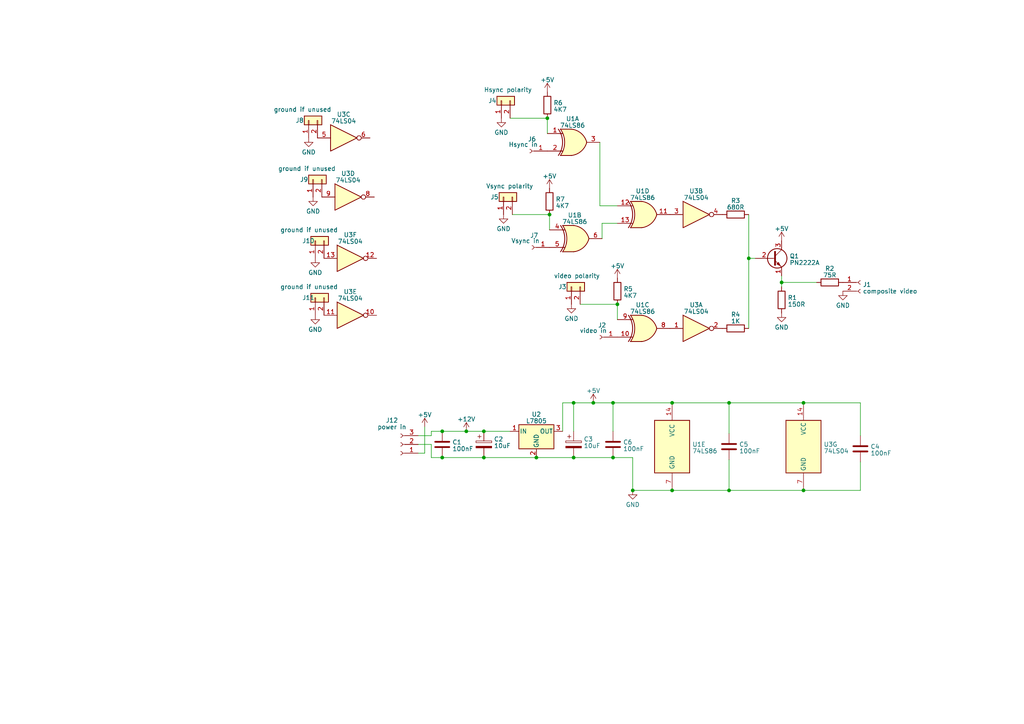
<source format=kicad_sch>
(kicad_sch (version 20230121) (generator eeschema)
  (paper "A4")
  (lib_symbols
    (symbol "74xx:74LS04"
      (property "Reference" "U" (at 0 1.27 0))
      (property "Value" "74LS04" (at 0 -1.27 0))
      (symbol "74LS04_1_0"
        (polyline (pts (xy -3.81 3.81) (xy -3.81 -3.81) (xy 3.81 0) (xy -3.81 3.81)) (stroke (width 0.254)) (fill (type background)))
        (pin input line (at -7.62 0 0) (length 3.81) (name "~") (number "1"))
        (pin output inverted (at 7.62 0 180) (length 3.81) (name "~") (number "2"))
      )
      (symbol "74LS04_2_0"
        (polyline (pts (xy -3.81 3.81) (xy -3.81 -3.81) (xy 3.81 0) (xy -3.81 3.81)) (stroke (width 0.254)) (fill (type background)))
        (pin input line (at -7.62 0 0) (length 3.81) (name "~") (number "3"))
        (pin output inverted (at 7.62 0 180) (length 3.81) (name "~") (number "4"))
      )
      (symbol "74LS04_3_0"
        (polyline (pts (xy -3.81 3.81) (xy -3.81 -3.81) (xy 3.81 0) (xy -3.81 3.81)) (stroke (width 0.254)) (fill (type background)))
        (pin input line (at -7.62 0 0) (length 3.81) (name "~") (number "5"))
        (pin output inverted (at 7.62 0 180) (length 3.81) (name "~") (number "6"))
      )
      (symbol "74LS04_4_0"
        (polyline (pts (xy -3.81 3.81) (xy -3.81 -3.81) (xy 3.81 0) (xy -3.81 3.81)) (stroke (width 0.254)) (fill (type background)))
        (pin output inverted (at 7.62 0 180) (length 3.81) (name "~") (number "8"))
        (pin input line (at -7.62 0 0) (length 3.81) (name "~") (number "9"))
      )
      (symbol "74LS04_5_0"
        (polyline (pts (xy -3.81 3.81) (xy -3.81 -3.81) (xy 3.81 0) (xy -3.81 3.81)) (stroke (width 0.254)) (fill (type background)))
        (pin output inverted (at 7.62 0 180) (length 3.81) (name "~") (number "10"))
        (pin input line (at -7.62 0 0) (length 3.81) (name "~") (number "11"))
      )
      (symbol "74LS04_6_0"
        (polyline (pts (xy -3.81 3.81) (xy -3.81 -3.81) (xy 3.81 0) (xy -3.81 3.81)) (stroke (width 0.254)) (fill (type background)))
        (pin output inverted (at 7.62 0 180) (length 3.81) (name "~") (number "12"))
        (pin input line (at -7.62 0 0) (length 3.81) (name "~") (number "13"))
      )
      (symbol "74LS04_7_0"
        (pin power_in line (at 0 12.7 270) (length 5.08) (name "VCC") (number "14"))
        (pin power_in line (at 0 -12.7 90) (length 5.08) (name "GND") (number "7"))
      )
      (symbol "74LS04_7_1"
        (rectangle (start -5.08 7.62) (end 5.08 -7.62) (stroke (width 0.254)) (fill (type background)))
      )
    )
    (symbol "74xx:74LS86" (pin_names (offset 1.016))
      (property "Reference" "U" (at 0 1.27 0))
      (property "Value" "74LS86" (at 0 -1.27 0))
      (symbol "74LS86_1_0"
        (arc (start -4.4196 -3.81) (mid -3.2033 0) (end -4.4196 3.81) (stroke (width 0.254)))
        (arc (start -3.81 -3.81) (mid -2.589 0) (end -3.81 3.81) (stroke (width 0.254)))
        (arc (start -0.6096 -3.81) (mid 2.1842 -2.5851) (end 3.81 0) (stroke (width 0.254)) (fill (type background)))
        (polyline (pts (xy -3.81 -3.81) (xy -0.635 -3.81)) (stroke (width 0.254)) (fill (type background)))
        (polyline (pts (xy -3.81 3.81) (xy -0.635 3.81)) (stroke (width 0.254)) (fill (type background)))
        (polyline (pts (xy -0.635 3.81) (xy -3.81 3.81) (xy -3.81 3.81) (xy -3.556 3.4036) (xy -3.0226 2.2606) (xy -2.6924 1.0414) (xy -2.6162 -0.254) (xy -2.7686 -1.4986) (xy -3.175 -2.7178) (xy -3.81 -3.81) (xy -3.81 -3.81) (xy -0.635 -3.81)) (stroke (width -25.4)) (fill (type background)))
        (arc (start 3.81 0) (mid 2.1915 2.5936) (end -0.6096 3.81) (stroke (width 0.254)) (fill (type background)))
        (pin input line (at -7.62 2.54 0) (length 4.445) (name "~") (number "1"))
        (pin input line (at -7.62 -2.54 0) (length 4.445) (name "~") (number "2"))
        (pin output line (at 7.62 0 180) (length 3.81) (name "~") (number "3"))
      )
      (symbol "74LS86_1_1"
        (polyline (pts (xy -3.81 -2.54) (xy -3.175 -2.54)) (stroke (width 0.1524)))
        (polyline (pts (xy -3.81 2.54) (xy -3.175 2.54)) (stroke (width 0.1524)))
      )
      (symbol "74LS86_2_0"
        (arc (start -4.4196 -3.81) (mid -3.2033 0) (end -4.4196 3.81) (stroke (width 0.254)))
        (arc (start -3.81 -3.81) (mid -2.589 0) (end -3.81 3.81) (stroke (width 0.254)))
        (arc (start -0.6096 -3.81) (mid 2.1842 -2.5851) (end 3.81 0) (stroke (width 0.254)) (fill (type background)))
        (polyline (pts (xy -3.81 -3.81) (xy -0.635 -3.81)) (stroke (width 0.254)) (fill (type background)))
        (polyline (pts (xy -3.81 3.81) (xy -0.635 3.81)) (stroke (width 0.254)) (fill (type background)))
        (polyline (pts (xy -0.635 3.81) (xy -3.81 3.81) (xy -3.81 3.81) (xy -3.556 3.4036) (xy -3.0226 2.2606) (xy -2.6924 1.0414) (xy -2.6162 -0.254) (xy -2.7686 -1.4986) (xy -3.175 -2.7178) (xy -3.81 -3.81) (xy -3.81 -3.81) (xy -0.635 -3.81)) (stroke (width -25.4)) (fill (type background)))
        (arc (start 3.81 0) (mid 2.1915 2.5936) (end -0.6096 3.81) (stroke (width 0.254)) (fill (type background)))
        (pin input line (at -7.62 2.54 0) (length 4.445) (name "~") (number "4"))
        (pin input line (at -7.62 -2.54 0) (length 4.445) (name "~") (number "5"))
        (pin output line (at 7.62 0 180) (length 3.81) (name "~") (number "6"))
      )
      (symbol "74LS86_2_1"
        (polyline (pts (xy -3.81 -2.54) (xy -3.175 -2.54)) (stroke (width 0.1524)))
        (polyline (pts (xy -3.81 2.54) (xy -3.175 2.54)) (stroke (width 0.1524)))
      )
      (symbol "74LS86_3_0"
        (arc (start -4.4196 -3.81) (mid -3.2033 0) (end -4.4196 3.81) (stroke (width 0.254)))
        (arc (start -3.81 -3.81) (mid -2.589 0) (end -3.81 3.81) (stroke (width 0.254)))
        (arc (start -0.6096 -3.81) (mid 2.1842 -2.5851) (end 3.81 0) (stroke (width 0.254)) (fill (type background)))
        (polyline (pts (xy -3.81 -3.81) (xy -0.635 -3.81)) (stroke (width 0.254)) (fill (type background)))
        (polyline (pts (xy -3.81 3.81) (xy -0.635 3.81)) (stroke (width 0.254)) (fill (type background)))
        (polyline (pts (xy -0.635 3.81) (xy -3.81 3.81) (xy -3.81 3.81) (xy -3.556 3.4036) (xy -3.0226 2.2606) (xy -2.6924 1.0414) (xy -2.6162 -0.254) (xy -2.7686 -1.4986) (xy -3.175 -2.7178) (xy -3.81 -3.81) (xy -3.81 -3.81) (xy -0.635 -3.81)) (stroke (width -25.4)) (fill (type background)))
        (arc (start 3.81 0) (mid 2.1915 2.5936) (end -0.6096 3.81) (stroke (width 0.254)) (fill (type background)))
        (pin input line (at -7.62 -2.54 0) (length 4.445) (name "~") (number "10"))
        (pin output line (at 7.62 0 180) (length 3.81) (name "~") (number "8"))
        (pin input line (at -7.62 2.54 0) (length 4.445) (name "~") (number "9"))
      )
      (symbol "74LS86_3_1"
        (polyline (pts (xy -3.81 -2.54) (xy -3.175 -2.54)) (stroke (width 0.1524)))
        (polyline (pts (xy -3.81 2.54) (xy -3.175 2.54)) (stroke (width 0.1524)))
      )
      (symbol "74LS86_4_0"
        (arc (start -4.4196 -3.81) (mid -3.2033 0) (end -4.4196 3.81) (stroke (width 0.254)))
        (arc (start -3.81 -3.81) (mid -2.589 0) (end -3.81 3.81) (stroke (width 0.254)))
        (arc (start -0.6096 -3.81) (mid 2.1842 -2.5851) (end 3.81 0) (stroke (width 0.254)) (fill (type background)))
        (polyline (pts (xy -3.81 -3.81) (xy -0.635 -3.81)) (stroke (width 0.254)) (fill (type background)))
        (polyline (pts (xy -3.81 3.81) (xy -0.635 3.81)) (stroke (width 0.254)) (fill (type background)))
        (polyline (pts (xy -0.635 3.81) (xy -3.81 3.81) (xy -3.81 3.81) (xy -3.556 3.4036) (xy -3.0226 2.2606) (xy -2.6924 1.0414) (xy -2.6162 -0.254) (xy -2.7686 -1.4986) (xy -3.175 -2.7178) (xy -3.81 -3.81) (xy -3.81 -3.81) (xy -0.635 -3.81)) (stroke (width -25.4)) (fill (type background)))
        (arc (start 3.81 0) (mid 2.1915 2.5936) (end -0.6096 3.81) (stroke (width 0.254)) (fill (type background)))
        (pin output line (at 7.62 0 180) (length 3.81) (name "~") (number "11"))
        (pin input line (at -7.62 2.54 0) (length 4.445) (name "~") (number "12"))
        (pin input line (at -7.62 -2.54 0) (length 4.445) (name "~") (number "13"))
      )
      (symbol "74LS86_4_1"
        (polyline (pts (xy -3.81 -2.54) (xy -3.175 -2.54)) (stroke (width 0.1524)))
        (polyline (pts (xy -3.81 2.54) (xy -3.175 2.54)) (stroke (width 0.1524)))
      )
      (symbol "74LS86_5_0"
        (pin power_in line (at 0 12.7 270) (length 5.08) (name "VCC") (number "14"))
        (pin power_in line (at 0 -12.7 90) (length 5.08) (name "GND") (number "7"))
      )
      (symbol "74LS86_5_1"
        (rectangle (start -5.08 7.62) (end 5.08 -7.62) (stroke (width 0.254)) (fill (type background)))
      )
    )
    (symbol "Connector:Conn_01x01_Socket" (pin_names (offset 1.016) hide)
      (property "Reference" "J" (at 0 2.54 0))
      (property "Value" "Conn_01x01_Socket" (at 0 -2.54 0))
      (symbol "Conn_01x01_Socket_1_1"
        (polyline (pts (xy -1.27 0) (xy -0.508 0)) (stroke (width 0.1524)))
        (arc (start 0 0.508) (mid -0.5058 0) (end 0 -0.508) (stroke (width 0.1524)))
        (pin passive line (at -5.08 0 0) (length 3.81) (name "Pin_1") (number "1"))
      )
    )
    (symbol "Connector:Conn_01x02_Socket" (pin_names (offset 1.016) hide)
      (property "Reference" "J" (at 0 2.54 0))
      (property "Value" "Conn_01x02_Socket" (at 0 -5.08 0))
      (symbol "Conn_01x02_Socket_1_1"
        (arc (start 0 -2.032) (mid -0.5058 -2.54) (end 0 -3.048) (stroke (width 0.1524)))
        (polyline (pts (xy -1.27 -2.54) (xy -0.508 -2.54)) (stroke (width 0.1524)))
        (polyline (pts (xy -1.27 0) (xy -0.508 0)) (stroke (width 0.1524)))
        (arc (start 0 0.508) (mid -0.5058 0) (end 0 -0.508) (stroke (width 0.1524)))
        (pin passive line (at -5.08 0 0) (length 3.81) (name "Pin_1") (number "1"))
        (pin passive line (at -5.08 -2.54 0) (length 3.81) (name "Pin_2") (number "2"))
      )
    )
    (symbol "Connector:Conn_01x03_Socket" (pin_names (offset 1.016) hide)
      (property "Reference" "J" (at 0 5.08 0))
      (property "Value" "Conn_01x03_Socket" (at 0 -5.08 0))
      (symbol "Conn_01x03_Socket_1_1"
        (arc (start 0 -2.032) (mid -0.5058 -2.54) (end 0 -3.048) (stroke (width 0.1524)))
        (polyline (pts (xy -1.27 -2.54) (xy -0.508 -2.54)) (stroke (width 0.1524)))
        (polyline (pts (xy -1.27 0) (xy -0.508 0)) (stroke (width 0.1524)))
        (polyline (pts (xy -1.27 2.54) (xy -0.508 2.54)) (stroke (width 0.1524)))
        (arc (start 0 0.508) (mid -0.5058 0) (end 0 -0.508) (stroke (width 0.1524)))
        (arc (start 0 3.048) (mid -0.5058 2.54) (end 0 2.032) (stroke (width 0.1524)))
        (pin passive line (at -5.08 2.54 0) (length 3.81) (name "Pin_1") (number "1"))
        (pin passive line (at -5.08 0 0) (length 3.81) (name "Pin_2") (number "2"))
        (pin passive line (at -5.08 -2.54 0) (length 3.81) (name "Pin_3") (number "3"))
      )
    )
    (symbol "Connector_Generic:Conn_01x02" (pin_names (offset 1.016) hide)
      (property "Reference" "J" (at 0 2.54 0))
      (property "Value" "Conn_01x02" (at 0 -5.08 0))
      (symbol "Conn_01x02_1_1"
        (rectangle (start -1.27 -2.413) (end 0 -2.667) (stroke (width 0.1524)))
        (rectangle (start -1.27 0.127) (end 0 -0.127) (stroke (width 0.1524)))
        (rectangle (start -1.27 1.27) (end 1.27 -3.81) (stroke (width 0.254)) (fill (type background)))
        (pin passive line (at -5.08 0 0) (length 3.81) (name "Pin_1") (number "1"))
        (pin passive line (at -5.08 -2.54 0) (length 3.81) (name "Pin_2") (number "2"))
      )
    )
    (symbol "Device:C" (pin_numbers hide) (pin_names (offset 0.254))
      (property "Reference" "C" (at 0.635 2.54 0))
      (property "Value" "C" (at 0.635 -2.54 0))
      (symbol "C_0_1"
        (polyline (pts (xy -2.032 -0.762) (xy 2.032 -0.762)) (stroke (width 0.508)))
        (polyline (pts (xy -2.032 0.762) (xy 2.032 0.762)) (stroke (width 0.508)))
      )
      (symbol "C_1_1"
        (pin passive line (at 0 3.81 270) (length 2.794) (name "~") (number "1"))
        (pin passive line (at 0 -3.81 90) (length 2.794) (name "~") (number "2"))
      )
    )
    (symbol "Device:C_Polarized" (pin_numbers hide) (pin_names (offset 0.254))
      (property "Reference" "C" (at 0.635 2.54 0))
      (property "Value" "C_Polarized" (at 0.635 -2.54 0))
      (symbol "C_Polarized_0_1"
        (rectangle (start -2.286 0.508) (end 2.286 1.016))
        (polyline (pts (xy -1.778 2.286) (xy -0.762 2.286)))
        (polyline (pts (xy -1.27 2.794) (xy -1.27 1.778)))
        (rectangle (start 2.286 -0.508) (end -2.286 -1.016) (fill (type outline)))
      )
      (symbol "C_Polarized_1_1"
        (pin passive line (at 0 3.81 270) (length 2.794) (name "~") (number "1"))
        (pin passive line (at 0 -3.81 90) (length 2.794) (name "~") (number "2"))
      )
    )
    (symbol "Device:R" (pin_numbers hide) (pin_names (offset 0))
      (property "Reference" "R" (at 2.032 0 90))
      (property "Value" "R" (at 0 0 90))
      (symbol "R_0_1"
        (rectangle (start -1.016 -2.54) (end 1.016 2.54) (stroke (width 0.254)))
      )
      (symbol "R_1_1"
        (pin passive line (at 0 3.81 270) (length 1.27) (name "~") (number "1"))
        (pin passive line (at 0 -3.81 90) (length 1.27) (name "~") (number "2"))
      )
    )
    (symbol "Regulator_Linear:L7805" (pin_names (offset 0.254))
      (property "Reference" "U" (at -3.81 3.175 0))
      (property "Value" "L7805" (at 0 3.175 0))
      (symbol "L7805_0_1"
        (rectangle (start -5.08 1.905) (end 5.08 -5.08) (stroke (width 0.254)) (fill (type background)))
      )
      (symbol "L7805_1_1"
        (pin power_in line (at -7.62 0 0) (length 2.54) (name "IN") (number "1"))
        (pin power_in line (at 0 -7.62 90) (length 2.54) (name "GND") (number "2"))
        (pin power_out line (at 7.62 0 180) (length 2.54) (name "OUT") (number "3"))
      )
    )
    (symbol "Transistor_BJT:PN2222A" (pin_names (offset 0) hide)
      (property "Reference" "Q" (at 5.08 1.905 0))
      (property "Value" "PN2222A" (at 5.08 0 0))
      (symbol "PN2222A_0_1"
        (polyline (pts (xy 0 0) (xy 0.635 0)))
        (polyline (pts (xy 2.54 -2.54) (xy 0.635 -0.635)))
        (polyline (pts (xy 2.54 2.54) (xy 0.635 0.635)))
        (polyline (pts (xy 0.635 1.905) (xy 0.635 -1.905) (xy 0.635 -1.905)) (stroke (width 0.508)))
        (polyline (pts (xy 2.413 -2.413) (xy 1.905 -1.905) (xy 1.905 -1.905)))
        (polyline (pts (xy 1.143 -1.651) (xy 1.651 -1.143) (xy 2.159 -2.159) (xy 1.143 -1.651) (xy 1.143 -1.651)) (fill (type outline)))
        (circle (center 1.27 0) (radius 2.8194) (stroke (width 0.254)))
      )
      (symbol "PN2222A_1_1"
        (pin passive line (at 2.54 -5.08 90) (length 2.54) (name "E") (number "1"))
        (pin input line (at -5.08 0 0) (length 5.08) (name "B") (number "2"))
        (pin passive line (at 2.54 5.08 270) (length 2.54) (name "C") (number "3"))
      )
    )
    (symbol "power:+12V" (power) (pin_names (offset 0))
      (property "Value" "+12V" (at 0 3.556 0))
      (symbol "+12V_0_1"
        (polyline (pts (xy -0.762 1.27) (xy 0 2.54)))
        (polyline (pts (xy 0 0) (xy 0 2.54)))
        (polyline (pts (xy 0 2.54) (xy 0.762 1.27)))
      )
      (symbol "+12V_1_1"
        (pin power_in line (at 0 0 90) (length 0) hide (name "+12V") (number "1"))
      )
    )
    (symbol "power:+5V" (power) (pin_names (offset 0))
      (property "Value" "+5V" (at 0 3.556 0))
      (symbol "+5V_0_1"
        (polyline (pts (xy -0.762 1.27) (xy 0 2.54)))
        (polyline (pts (xy 0 0) (xy 0 2.54)))
        (polyline (pts (xy 0 2.54) (xy 0.762 1.27)))
      )
      (symbol "+5V_1_1"
        (pin power_in line (at 0 0 90) (length 0) hide (name "+5V") (number "1"))
      )
    )
    (symbol "power:GND" (power) (pin_names (offset 0))
      (property "Value" "GND" (at 0 -3.81 0))
      (symbol "GND_0_1"
        (polyline (pts (xy 0 0) (xy 0 -1.27) (xy 1.27 -1.27) (xy 0 -2.54) (xy -1.27 -1.27) (xy 0 -1.27)))
      )
      (symbol "GND_1_1"
        (pin power_in line (at 0 0 270) (length 0) hide (name "GND") (number "1"))
      )
    )
  )
  (junction (at 159.385 62.23))
  (junction (at 217.17 74.93))
  (junction (at 155.575 132.715))
  (junction (at 172.085 116.84))
  (junction (at 135.255 125.095))
  (junction (at 128.27 125.095))
  (junction (at 158.75 34.29))
  (junction (at 183.515 142.24))
  (junction (at 128.27 132.715))
  (junction (at 140.335 125.095))
  (junction (at 140.335 132.715))
  (junction (at 233.045 116.84))
  (junction (at 211.455 142.24))
  (junction (at 194.945 142.24))
  (junction (at 166.37 132.715))
  (junction (at 177.8 132.715))
  (junction (at 233.045 142.24))
  (junction (at 211.455 116.84))
  (junction (at 226.695 81.915))
  (junction (at 179.07 88.265))
  (junction (at 166.37 116.84))
  (junction (at 177.8 116.84))
  (junction (at 194.945 116.84))
  (wire (pts (xy 194.945 142.24) (xy 211.455 142.24)))
  (wire (pts (xy 158.75 34.29) (xy 158.75 38.735)))
  (wire (pts (xy 166.37 116.84) (xy 172.085 116.84)))
  (wire (pts (xy 128.27 132.715) (xy 140.335 132.715)))
  (wire (pts (xy 217.17 95.25) (xy 217.17 74.93)))
  (wire (pts (xy 233.045 116.84) (xy 211.455 116.84)))
  (wire (pts (xy 128.27 125.095) (xy 135.255 125.095)))
  (wire (pts (xy 249.555 133.985) (xy 249.555 142.24)))
  (wire (pts (xy 121.285 131.445) (xy 123.19 131.445)))
  (wire (pts (xy 155.575 132.715) (xy 166.37 132.715)))
  (wire (pts (xy 125.095 125.095) (xy 125.095 126.365)))
  (wire (pts (xy 249.555 126.365) (xy 249.555 116.84)))
  (wire (pts (xy 135.255 125.095) (xy 140.335 125.095)))
  (wire (pts (xy 173.99 59.69) (xy 179.07 59.69)))
  (wire (pts (xy 148.59 62.23) (xy 159.385 62.23)))
  (wire (pts (xy 177.8 116.84) (xy 194.945 116.84)))
  (wire (pts (xy 249.555 142.24) (xy 233.045 142.24)))
  (wire (pts (xy 123.19 131.445) (xy 123.19 123.825)))
  (wire (pts (xy 121.285 128.905) (xy 125.095 128.905)))
  (wire (pts (xy 172.085 116.84) (xy 177.8 116.84)))
  (wire (pts (xy 159.385 62.23) (xy 159.385 66.675)))
  (wire (pts (xy 211.455 116.84) (xy 211.455 125.73)))
  (wire (pts (xy 249.555 116.84) (xy 233.045 116.84)))
  (wire (pts (xy 179.07 64.77) (xy 174.625 64.77)))
  (wire (pts (xy 211.455 133.35) (xy 211.455 142.24)))
  (wire (pts (xy 125.095 132.715) (xy 128.27 132.715)))
  (wire (pts (xy 217.17 74.93) (xy 219.075 74.93)))
  (wire (pts (xy 173.99 41.275) (xy 173.99 59.69)))
  (wire (pts (xy 194.945 116.84) (xy 211.455 116.84)))
  (wire (pts (xy 166.37 132.715) (xy 177.8 132.715)))
  (wire (pts (xy 226.695 81.915) (xy 236.855 81.915)))
  (wire (pts (xy 166.37 125.095) (xy 166.37 116.84)))
  (wire (pts (xy 125.095 128.905) (xy 125.095 132.715)))
  (wire (pts (xy 147.955 34.29) (xy 158.75 34.29)))
  (wire (pts (xy 179.07 88.265) (xy 179.07 92.71)))
  (wire (pts (xy 163.195 116.84) (xy 163.195 125.095)))
  (wire (pts (xy 233.045 142.24) (xy 211.455 142.24)))
  (wire (pts (xy 140.335 132.715) (xy 155.575 132.715)))
  (wire (pts (xy 226.695 83.185) (xy 226.695 81.915)))
  (wire (pts (xy 226.695 81.915) (xy 226.695 80.01)))
  (wire (pts (xy 217.17 62.23) (xy 217.17 74.93)))
  (wire (pts (xy 163.195 116.84) (xy 166.37 116.84)))
  (wire (pts (xy 183.515 132.715) (xy 183.515 142.24)))
  (wire (pts (xy 168.275 88.265) (xy 179.07 88.265)))
  (wire (pts (xy 177.8 125.095) (xy 177.8 116.84)))
  (wire (pts (xy 177.8 132.715) (xy 183.515 132.715)))
  (wire (pts (xy 183.515 142.24) (xy 194.945 142.24)))
  (wire (pts (xy 140.335 125.095) (xy 147.955 125.095)))
  (wire (pts (xy 128.27 125.095) (xy 125.095 125.095)))
  (wire (pts (xy 125.095 126.365) (xy 121.285 126.365)))
  (wire (pts (xy 174.625 64.77) (xy 174.625 69.215)))
  (symbol (lib_id "Connector_Generic:Conn_01x02") (at 90.805 52.07 90) (unit 1)
    (property "Reference" "J9" (at 86.995 52.07 90) (effects (justify right)))
    (property "Value" "ground if unused" (at 80.645 48.895 90) (effects (justify right)))
    (property "Footprint" "Connector_PinHeader_2.54mm:PinHeader_1x02_P2.54mm_Vertical" (effects hide))
  )
  (symbol (lib_id "power:GND") (at 145.415 34.29 0) (unit 1)
    (property "Reference" "#PWR08" (effects hide))
    (property "Value" "GND" (at 145.415 38.4255 0))
  )
  (symbol (lib_id "74xx:74LS86") (at 167.005 69.215 0) (unit 2)
    (property "Reference" "U1" (at 166.7002 62.3951 0))
    (property "Value" "74LS86" (at 166.7002 64.3161 0))
    (property "Footprint" "Package_DIP:DIP-14_W7.62mm" (effects hide))
    (property "Datasheet" "74xx/74ls86.pdf" (effects hide))
  )
  (symbol (lib_id "Device:C") (at 249.555 130.175 0) (unit 1)
    (property "Reference" "C4" (at 252.476 129.5313 0) (effects (justify left)))
    (property "Value" "100nF" (at 252.476 131.4523 0) (effects (justify left)))
    (property "Footprint" "Capacitor_THT:C_Disc_D4.3mm_W1.9mm_P5.00mm" (effects hide))
  )
  (symbol (lib_id "74xx:74LS86") (at 194.945 129.54 0) (unit 5)
    (property "Reference" "U1" (at 200.787 128.8963 0) (effects (justify left)))
    (property "Value" "74LS86" (at 200.787 130.8173 0) (effects (justify left)))
    (property "Footprint" "Package_DIP:DIP-14_W7.62mm" (effects hide))
    (property "Datasheet" "74xx/74ls86.pdf" (effects hide))
  )
  (symbol (lib_id "Connector:Conn_01x03_Socket") (at 116.205 128.905 180) (unit 1)
    (property "Reference" "J12" (at 113.665 121.92 0))
    (property "Value" "power in" (at 113.665 123.841 0))
    (property "Footprint" "Connector_PinHeader_2.54mm:PinHeader_1x03_P2.54mm_Vertical" (effects hide))
  )
  (symbol (lib_id "power:+5V") (at 172.085 116.84 0) (unit 1)
    (property "Reference" "#PWR016" (effects hide))
    (property "Value" "+5V" (at 172.085 113.3381 0))
  )
  (symbol (lib_id "power:GND") (at 165.735 88.265 0) (unit 1)
    (property "Reference" "#PWR07" (effects hide))
    (property "Value" "GND" (at 165.735 92.4005 0))
  )
  (symbol (lib_id "74xx:74LS04") (at 101.6 91.44 0) (unit 5)
    (property "Reference" "U3" (at 101.6 84.6201 0))
    (property "Value" "74LS04" (at 101.6 86.5411 0))
    (property "Footprint" "Package_DIP:DIP-14_W7.62mm" (effects hide))
    (property "Datasheet" "http://www.ti.com/lit/gpn/sn74LS04" (effects hide))
  )
  (symbol (lib_id "Connector:Conn_01x02_Socket") (at 249.555 81.915 0) (unit 1)
    (property "Reference" "J1" (at 250.2662 82.5413 0) (effects (justify left)))
    (property "Value" "composite video" (at 250.2662 84.4623 0) (effects (justify left)))
    (property "Footprint" "Connector_PinHeader_2.54mm:PinHeader_1x02_P2.54mm_Vertical" (effects hide))
  )
  (symbol (lib_id "power:GND") (at 91.44 74.93 0) (unit 1)
    (property "Reference" "#PWR014" (effects hide))
    (property "Value" "GND" (at 91.44 79.0655 0))
  )
  (symbol (lib_id "Connector_Generic:Conn_01x02") (at 145.415 29.21 90) (unit 1)
    (property "Reference" "J4" (at 141.605 29.21 90) (effects (justify right)))
    (property "Value" "Hsync polarity" (at 140.335 26.035 90) (effects (justify right)))
    (property "Footprint" "Connector_PinHeader_2.54mm:PinHeader_1x02_P2.54mm_Vertical" (effects hide))
  )
  (symbol (lib_id "Device:R") (at 240.665 81.915 90) (unit 1)
    (property "Reference" "R2" (at 240.665 77.8891 90))
    (property "Value" "75R" (at 240.665 79.8101 90))
    (property "Footprint" "Resistor_THT:R_Axial_DIN0207_L6.3mm_D2.5mm_P7.62mm_Horizontal" (effects hide))
  )
  (symbol (lib_id "Device:C_Polarized") (at 140.335 128.905 0) (unit 1)
    (property "Reference" "C2" (at 143.256 127.3723 0) (effects (justify left)))
    (property "Value" "10uF" (at 143.256 129.2933 0) (effects (justify left)))
    (property "Footprint" "Capacitor_THT:CP_Radial_D5.0mm_P2.50mm" (effects hide))
  )
  (symbol (lib_id "Connector:Conn_01x01_Socket") (at 153.67 43.815 180) (unit 1)
    (property "Reference" "J6" (at 154.305 40.3479 0))
    (property "Value" "Hsync in" (at 151.765 41.91 0))
    (property "Footprint" "Connector_PinHeader_2.54mm:PinHeader_1x01_P2.54mm_Vertical" (effects hide))
  )
  (symbol (lib_id "Device:R") (at 213.36 62.23 90) (unit 1)
    (property "Reference" "R3" (at 213.36 58.2041 90))
    (property "Value" "680R" (at 213.36 60.1251 90))
    (property "Footprint" "Resistor_THT:R_Axial_DIN0207_L6.3mm_D2.5mm_P7.62mm_Horizontal" (effects hide))
  )
  (symbol (lib_id "Connector_Generic:Conn_01x02") (at 165.735 83.185 90) (unit 1)
    (property "Reference" "J3" (at 161.925 83.185 90) (effects (justify right)))
    (property "Value" "video polarity" (at 160.655 80.01 90) (effects (justify right)))
    (property "Footprint" "Connector_PinHeader_2.54mm:PinHeader_1x02_P2.54mm_Vertical" (effects hide))
  )
  (symbol (lib_id "power:GND") (at 183.515 142.24 0) (unit 1)
    (property "Reference" "#PWR01" (effects hide))
    (property "Value" "GND" (at 183.515 146.3755 0))
  )
  (symbol (lib_id "Connector_Generic:Conn_01x02") (at 89.535 34.925 90) (unit 1)
    (property "Reference" "J8" (at 85.725 34.925 90) (effects (justify right)))
    (property "Value" "ground if unused" (at 79.375 31.75 90) (effects (justify right)))
    (property "Footprint" "Connector_PinHeader_2.54mm:PinHeader_1x02_P2.54mm_Vertical" (effects hide))
  )
  (symbol (lib_id "Regulator_Linear:L7805") (at 155.575 125.095 0) (unit 1)
    (property "Reference" "U2" (at 155.575 120.1801 0))
    (property "Value" "L7805" (at 155.575 122.1011 0))
    (property "Footprint" "Package_TO_SOT_THT:TO-220-3_Vertical" (effects hide))
    (property "Datasheet" "http://www.st.com/content/ccc/resource/technical/document/datasheet/41/4f/b3/b0/12/d4/47/88/CD00000444.pdf/files/CD00000444.pdf/jcr:content/translations/en.CD00000444.pdf" (effects hide))
  )
  (symbol (lib_id "74xx:74LS04") (at 201.93 95.25 0) (unit 1)
    (property "Reference" "U3" (at 201.93 88.4301 0))
    (property "Value" "74LS04" (at 201.93 90.3511 0))
    (property "Footprint" "Package_DIP:DIP-14_W7.62mm" (effects hide))
    (property "Datasheet" "http://www.ti.com/lit/gpn/sn74LS04" (effects hide))
  )
  (symbol (lib_id "power:GND") (at 146.05 62.23 0) (unit 1)
    (property "Reference" "#PWR010" (effects hide))
    (property "Value" "GND" (at 146.05 66.3655 0))
  )
  (symbol (lib_id "74xx:74LS04") (at 99.695 40.005 0) (unit 3)
    (property "Reference" "U3" (at 99.695 33.1851 0))
    (property "Value" "74LS04" (at 99.695 35.1061 0))
    (property "Footprint" "Package_DIP:DIP-14_W7.62mm" (effects hide))
    (property "Datasheet" "http://www.ti.com/lit/gpn/sn74LS04" (effects hide))
  )
  (symbol (lib_id "Connector_Generic:Conn_01x02") (at 91.44 69.85 90) (unit 1)
    (property "Reference" "J10" (at 87.63 69.85 90) (effects (justify right)))
    (property "Value" "ground if unused" (at 81.28 66.675 90) (effects (justify right)))
    (property "Footprint" "Connector_PinHeader_2.54mm:PinHeader_1x02_P2.54mm_Vertical" (effects hide))
  )
  (symbol (lib_id "power:+5V") (at 179.07 80.645 0) (unit 1)
    (property "Reference" "#PWR06" (effects hide))
    (property "Value" "+5V" (at 179.07 77.1431 0))
  )
  (symbol (lib_id "Connector:Conn_01x01_Socket") (at 154.305 71.755 180) (unit 1)
    (property "Reference" "J7" (at 154.94 68.2879 0))
    (property "Value" "Vsync in" (at 152.4 69.85 0))
    (property "Footprint" "Connector_PinHeader_2.54mm:PinHeader_1x01_P2.54mm_Vertical" (effects hide))
  )
  (symbol (lib_id "74xx:74LS86") (at 166.37 41.275 0) (unit 1)
    (property "Reference" "U1" (at 166.0652 34.4551 0))
    (property "Value" "74LS86" (at 166.0652 36.3761 0))
    (property "Footprint" "Package_DIP:DIP-14_W7.62mm" (effects hide))
    (property "Datasheet" "74xx/74ls86.pdf" (effects hide))
  )
  (symbol (lib_id "power:GND") (at 90.805 57.15 0) (unit 1)
    (property "Reference" "#PWR013" (effects hide))
    (property "Value" "GND" (at 90.805 61.2855 0))
  )
  (symbol (lib_id "74xx:74LS04") (at 100.965 57.15 0) (unit 4)
    (property "Reference" "U3" (at 100.965 50.3301 0))
    (property "Value" "74LS04" (at 100.965 52.2511 0))
    (property "Footprint" "Package_DIP:DIP-14_W7.62mm" (effects hide))
    (property "Datasheet" "http://www.ti.com/lit/gpn/sn74LS04" (effects hide))
  )
  (symbol (lib_id "power:+5V") (at 123.19 123.825 0) (unit 1)
    (property "Reference" "#PWR017" (effects hide))
    (property "Value" "+5V" (at 123.19 120.3231 0))
  )
  (symbol (lib_id "74xx:74LS04") (at 101.6 74.93 0) (unit 6)
    (property "Reference" "U3" (at 101.6 68.1101 0))
    (property "Value" "74LS04" (at 101.6 70.0311 0))
    (property "Footprint" "Package_DIP:DIP-14_W7.62mm" (effects hide))
    (property "Datasheet" "http://www.ti.com/lit/gpn/sn74LS04" (effects hide))
  )
  (symbol (lib_id "Connector:Conn_01x01_Socket") (at 173.99 97.79 180) (unit 1)
    (property "Reference" "J2" (at 174.625 94.3229 0))
    (property "Value" "video in" (at 172.085 95.885 0))
    (property "Footprint" "Connector_PinHeader_2.54mm:PinHeader_1x01_P2.54mm_Vertical" (effects hide))
  )
  (symbol (lib_id "Device:C_Polarized") (at 166.37 128.905 0) (unit 1)
    (property "Reference" "C3" (at 169.291 127.3723 0) (effects (justify left)))
    (property "Value" "10uF" (at 169.291 129.2933 0) (effects (justify left)))
    (property "Footprint" "Capacitor_THT:CP_Radial_D5.0mm_P2.50mm" (effects hide))
  )
  (symbol (lib_id "power:+5V") (at 159.385 54.61 0) (unit 1)
    (property "Reference" "#PWR011" (effects hide))
    (property "Value" "+5V" (at 159.385 51.1081 0))
  )
  (symbol (lib_id "power:GND") (at 244.475 84.455 0) (unit 1)
    (property "Reference" "#PWR04" (effects hide))
    (property "Value" "GND" (at 244.475 88.5905 0))
  )
  (symbol (lib_id "Device:R") (at 159.385 58.42 180) (unit 1)
    (property "Reference" "R7" (at 161.163 57.7763 0) (effects (justify right)))
    (property "Value" "4K7" (at 161.163 59.6973 0) (effects (justify right)))
    (property "Footprint" "Resistor_THT:R_Axial_DIN0207_L6.3mm_D2.5mm_P7.62mm_Horizontal" (effects hide))
  )
  (symbol (lib_id "power:GND") (at 91.44 91.44 0) (unit 1)
    (property "Reference" "#PWR015" (effects hide))
    (property "Value" "GND" (at 91.44 95.5755 0))
  )
  (symbol (lib_id "Device:R") (at 158.75 30.48 180) (unit 1)
    (property "Reference" "R6" (at 160.528 29.8363 0) (effects (justify right)))
    (property "Value" "4K7" (at 160.528 31.7573 0) (effects (justify right)))
    (property "Footprint" "Resistor_THT:R_Axial_DIN0207_L6.3mm_D2.5mm_P7.62mm_Horizontal" (effects hide))
  )
  (symbol (lib_id "Device:C") (at 128.27 128.905 0) (unit 1)
    (property "Reference" "C1" (at 131.191 128.2613 0) (effects (justify left)))
    (property "Value" "100nF" (at 131.191 130.1823 0) (effects (justify left)))
    (property "Footprint" "Capacitor_THT:C_Disc_D4.3mm_W1.9mm_P5.00mm" (effects hide))
  )
  (symbol (lib_id "power:GND") (at 226.695 90.805 0) (unit 1)
    (property "Reference" "#PWR05" (effects hide))
    (property "Value" "GND" (at 226.695 94.9405 0))
  )
  (symbol (lib_id "Device:R") (at 213.36 95.25 90) (unit 1)
    (property "Reference" "R4" (at 213.36 91.2241 90))
    (property "Value" "1K" (at 213.36 93.1451 90))
    (property "Footprint" "Resistor_THT:R_Axial_DIN0207_L6.3mm_D2.5mm_P7.62mm_Horizontal" (effects hide))
  )
  (symbol (lib_id "Transistor_BJT:PN2222A") (at 224.155 74.93 0) (unit 1)
    (property "Reference" "Q1" (at 229.0064 74.2863 0) (effects (justify left)))
    (property "Value" "PN2222A" (at 229.0064 76.2073 0) (effects (justify left)))
    (property "Footprint" "Package_TO_SOT_THT:TO-92_Wide" (effects hide))
    (property "Datasheet" "https://www.onsemi.com/pub/Collateral/PN2222-D.PDF" (effects hide))
  )
  (symbol (lib_id "Device:C") (at 177.8 128.905 0) (unit 1)
    (property "Reference" "C6" (at 180.721 128.2613 0) (effects (justify left)))
    (property "Value" "100nF" (at 180.721 130.1823 0) (effects (justify left)))
    (property "Footprint" "Capacitor_THT:C_Disc_D4.3mm_W1.9mm_P5.00mm" (effects hide))
  )
  (symbol (lib_id "Device:R") (at 179.07 84.455 180) (unit 1)
    (property "Reference" "R5" (at 180.848 83.8113 0) (effects (justify right)))
    (property "Value" "4K7" (at 180.848 85.7323 0) (effects (justify right)))
    (property "Footprint" "Resistor_THT:R_Axial_DIN0207_L6.3mm_D2.5mm_P7.62mm_Horizontal" (effects hide))
  )
  (symbol (lib_id "74xx:74LS04") (at 201.93 62.23 0) (unit 2)
    (property "Reference" "U3" (at 201.93 55.4101 0))
    (property "Value" "74LS04" (at 201.93 57.3311 0))
    (property "Footprint" "Package_DIP:DIP-14_W7.62mm" (effects hide))
    (property "Datasheet" "http://www.ti.com/lit/gpn/sn74LS04" (effects hide))
  )
  (symbol (lib_id "Connector_Generic:Conn_01x02") (at 146.05 57.15 90) (unit 1)
    (property "Reference" "J5" (at 142.24 57.15 90) (effects (justify right)))
    (property "Value" "Vsync polarity" (at 140.97 53.975 90) (effects (justify right)))
    (property "Footprint" "Connector_PinHeader_2.54mm:PinHeader_1x02_P2.54mm_Vertical" (effects hide))
  )
  (symbol (lib_id "power:+12V") (at 135.255 125.095 0) (unit 1)
    (property "Reference" "#PWR03" (effects hide))
    (property "Value" "+12V" (at 135.255 121.5931 0))
  )
  (symbol (lib_id "power:GND") (at 89.535 40.005 0) (unit 1)
    (property "Reference" "#PWR012" (effects hide))
    (property "Value" "GND" (at 89.535 44.1405 0))
  )
  (symbol (lib_id "power:+5V") (at 158.75 26.67 0) (unit 1)
    (property "Reference" "#PWR09" (effects hide))
    (property "Value" "+5V" (at 158.75 23.1681 0))
  )
  (symbol (lib_id "74xx:74LS04") (at 233.045 129.54 0) (unit 7)
    (property "Reference" "U3" (at 238.887 128.8963 0) (effects (justify left)))
    (property "Value" "74LS04" (at 238.887 130.8173 0) (effects (justify left)))
    (property "Footprint" "Package_DIP:DIP-14_W7.62mm" (effects hide))
    (property "Datasheet" "http://www.ti.com/lit/gpn/sn74LS04" (effects hide))
  )
  (symbol (lib_id "Connector_Generic:Conn_01x02") (at 91.44 86.36 90) (unit 1)
    (property "Reference" "J11" (at 87.63 86.36 90) (effects (justify right)))
    (property "Value" "ground if unused" (at 81.28 83.185 90) (effects (justify right)))
    (property "Footprint" "Connector_PinHeader_2.54mm:PinHeader_1x02_P2.54mm_Vertical" (effects hide))
  )
  (symbol (lib_id "Device:R") (at 226.695 86.995 0) (unit 1)
    (property "Reference" "R1" (at 228.473 86.3513 0) (effects (justify left)))
    (property "Value" "150R" (at 228.473 88.2723 0) (effects (justify left)))
    (property "Footprint" "Resistor_THT:R_Axial_DIN0207_L6.3mm_D2.5mm_P7.62mm_Horizontal" (effects hide))
  )
  (symbol (lib_id "Device:C") (at 211.455 129.54 0) (unit 1)
    (property "Reference" "C5" (at 214.376 128.8963 0) (effects (justify left)))
    (property "Value" "100nF" (at 214.376 130.8173 0) (effects (justify left)))
    (property "Footprint" "Capacitor_THT:C_Disc_D4.3mm_W1.9mm_P5.00mm" (effects hide))
  )
  (symbol (lib_id "power:+5V") (at 226.695 69.85 0) (unit 1)
    (property "Reference" "#PWR02" (effects hide))
    (property "Value" "+5V" (at 226.695 66.3481 0))
  )
  (symbol (lib_id "74xx:74LS86") (at 186.69 62.23 0) (unit 4)
    (property "Reference" "U1" (at 186.3852 55.4101 0))
    (property "Value" "74LS86" (at 186.3852 57.3311 0))
    (property "Footprint" "Package_DIP:DIP-14_W7.62mm" (effects hide))
    (property "Datasheet" "74xx/74ls86.pdf" (effects hide))
  )
  (symbol (lib_id "74xx:74LS86") (at 186.69 95.25 0) (unit 3)
    (property "Reference" "U1" (at 186.3852 88.4301 0))
    (property "Value" "74LS86" (at 186.3852 90.3511 0))
    (property "Footprint" "Package_DIP:DIP-14_W7.62mm" (effects hide))
    (property "Datasheet" "74xx/74ls86.pdf" (effects hide))
  )
)
</source>
